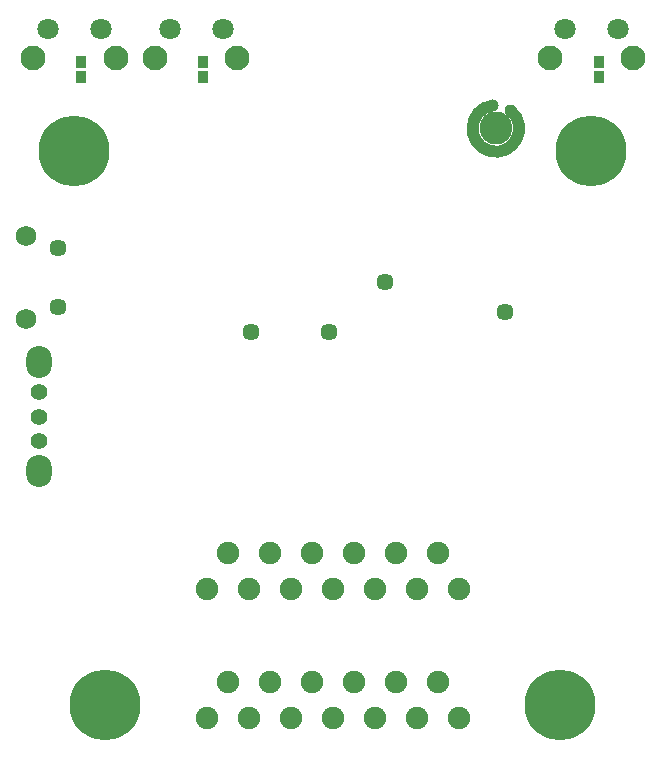
<source format=gbr>
G04 DipTrace 3.3.1.3*
G04 TopMask.gbr*
%MOMM*%
G04 #@! TF.FileFunction,Soldermask,Top*
G04 #@! TF.Part,Single*
%ADD18C,0.63497*%
%ADD43C,1.9*%
%ADD44C,1.0*%
%ADD45O,2.76792X2.79927*%
%ADD66C,6.0*%
%ADD89C,1.4*%
%ADD91O,2.2X2.7*%
%ADD93C,0.9*%
%ADD95C,2.2*%
%ADD97C,2.1*%
%ADD98C,1.8*%
%ADD117C,1.75*%
%ADD119C,1.45*%
%ADD127R,0.9X1.1*%
%FSLAX35Y35*%
G04*
G71*
G90*
G75*
G01*
G04 TopMask*
%LPD*%
D127*
X1603257Y6857880D3*
Y6987880D3*
X5984757Y6857880D3*
Y6987880D3*
X2635133Y6857883D3*
Y6987883D3*
D66*
X5921257Y6238757D3*
X1539757D3*
X5658507Y1548757D3*
X1802507D3*
D43*
X2662507Y1434880D3*
X2840507Y1739880D3*
X3018507Y1434880D3*
X3196507Y1739880D3*
X3374507Y1434880D3*
X3552507Y1739880D3*
X3730507Y1434880D3*
X3908507Y1739880D3*
X4086507Y1434880D3*
X4264507Y1739880D3*
X4442507Y1434880D3*
X4620507Y1739880D3*
X4798507Y1434880D3*
Y2530257D3*
X4620507Y2835257D3*
X4442507Y2530257D3*
X4264507Y2835257D3*
X4086507Y2530257D3*
X3908507Y2835257D3*
X3730507Y2530257D3*
X3552507Y2835257D3*
X3374507Y2530257D3*
X3196507Y2835257D3*
X3018507Y2530257D3*
X2840507Y2835257D3*
X2662507Y2530257D3*
D119*
X1404713Y4913883D3*
Y5413883D3*
D117*
X1134713Y4813883D3*
Y5513883D3*
D98*
X2349380Y7270630D3*
X2799380D3*
D97*
X2224380Y7020630D3*
X2924380D3*
D98*
X5699007Y7272047D3*
X6149007D3*
D97*
X5574007Y7022047D3*
X6274007D3*
X5085696Y6621032D2*
D44*
G03X5236518Y6578168I26017J-195230D01*
G01*
D45*
X5109693Y6426120D3*
D95*
X5113810Y6428167D3*
D93*
X4918663Y6427733D3*
X5306917Y6428617D3*
D98*
X1317507Y7270657D3*
X1767507D3*
D97*
X1192507Y7020657D3*
X1892507D3*
D91*
X1242710Y4444687D3*
D89*
Y4190663D3*
Y3984313D3*
Y3777937D3*
D91*
Y3523913D3*
D119*
X4175007Y5127507D3*
X3698757Y4698883D3*
X5191007Y4873507D3*
X3042083Y4703857D3*
D18*
X5175132Y6476882D3*
M02*

</source>
